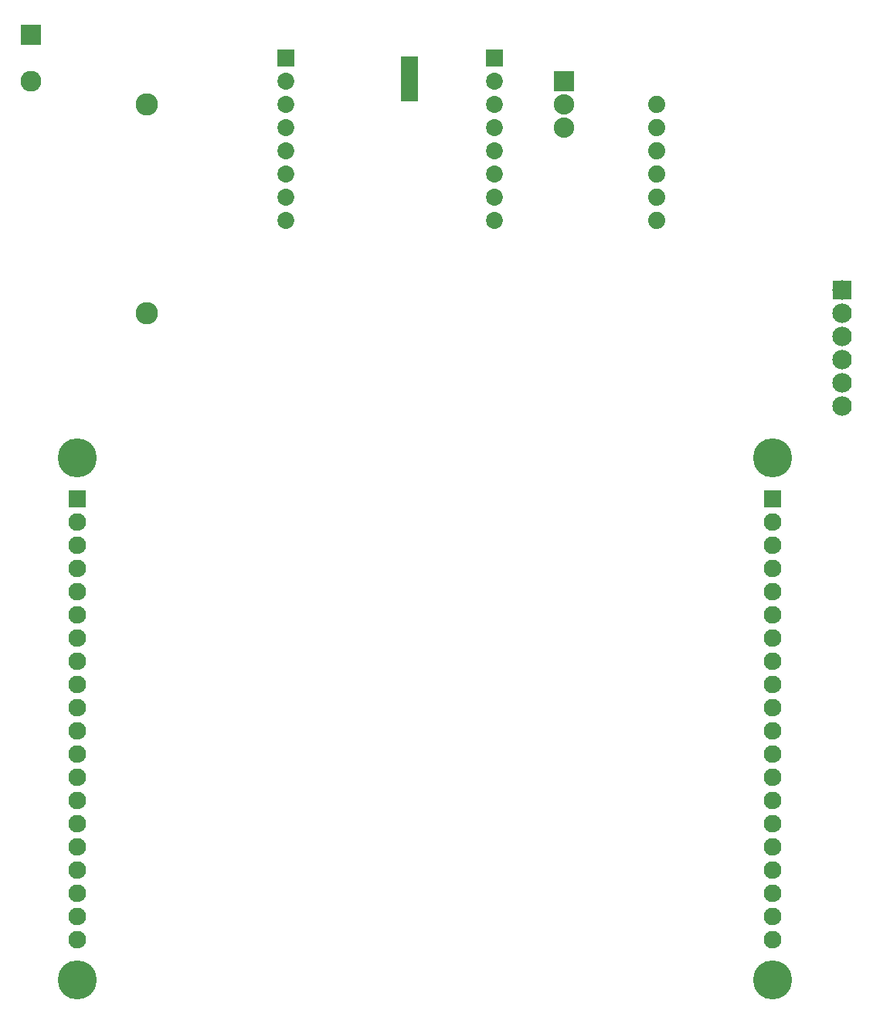
<source format=gbs>
G04 MADE WITH FRITZING*
G04 WWW.FRITZING.ORG*
G04 DOUBLE SIDED*
G04 HOLES PLATED*
G04 CONTOUR ON CENTER OF CONTOUR VECTOR*
%ASAXBY*%
%FSLAX23Y23*%
%MOIN*%
%OFA0B0*%
%SFA1.0B1.0*%
%ADD10C,0.076000*%
%ADD11C,0.168110*%
%ADD12C,0.073018*%
%ADD13C,0.074000*%
%ADD14C,0.090000*%
%ADD15C,0.096614*%
%ADD16C,0.088000*%
%ADD17C,0.084000*%
%ADD18R,0.076000X0.076000*%
%ADD19R,0.072984X0.072983*%
%ADD20R,0.072511X0.197493*%
%ADD21R,0.089986X0.090000*%
%ADD22R,0.088000X0.088000*%
%ADD23R,0.084000X0.084000*%
%LNMASK0*%
G90*
G70*
G54D10*
X3782Y2340D03*
X782Y1940D03*
X782Y1140D03*
X3782Y2240D03*
G54D11*
X782Y2615D03*
G54D10*
X3782Y2140D03*
X782Y1540D03*
X3782Y2040D03*
X782Y740D03*
X3782Y1940D03*
X782Y2140D03*
X3782Y1840D03*
X782Y1740D03*
X3782Y1740D03*
X782Y1340D03*
X3782Y1640D03*
X782Y940D03*
X3782Y1540D03*
X782Y540D03*
X3782Y1440D03*
G54D11*
X3782Y2615D03*
G54D10*
X3782Y1340D03*
X782Y2040D03*
X3782Y1240D03*
X782Y1840D03*
X3782Y1140D03*
X782Y1640D03*
X3782Y1040D03*
X782Y1440D03*
X3782Y940D03*
X782Y1240D03*
X3782Y840D03*
X782Y1040D03*
X3782Y740D03*
X782Y840D03*
X3782Y640D03*
X782Y640D03*
X3782Y540D03*
G54D11*
X782Y365D03*
G54D10*
X782Y2440D03*
G54D11*
X3782Y365D03*
G54D10*
X782Y2340D03*
X782Y2240D03*
X3782Y2440D03*
G54D12*
X2582Y4340D03*
X1682Y4340D03*
X2582Y4240D03*
X2582Y4140D03*
X2582Y4040D03*
X2582Y3940D03*
X2582Y3840D03*
X2582Y3740D03*
X2582Y3640D03*
X1682Y4240D03*
X1682Y4140D03*
X1682Y4040D03*
X1682Y3940D03*
X1682Y3840D03*
X1682Y3740D03*
X1682Y3640D03*
G54D13*
X3282Y3640D03*
X3282Y3740D03*
X3282Y3840D03*
X3282Y3940D03*
X3282Y4040D03*
X3282Y4140D03*
G54D14*
X582Y4440D03*
X582Y4240D03*
G54D15*
X1082Y4140D03*
X1082Y3240D03*
G54D16*
X2882Y4240D03*
X2882Y4140D03*
X2882Y4040D03*
G54D17*
X4082Y3340D03*
X4082Y3240D03*
X4082Y3140D03*
X4082Y3040D03*
X4082Y2940D03*
X4082Y2840D03*
G54D18*
X782Y2440D03*
X3782Y2440D03*
G54D19*
X2582Y4340D03*
X1682Y4340D03*
G54D20*
X2214Y4249D03*
G54D21*
X582Y4440D03*
G54D22*
X2882Y4240D03*
G54D23*
X4082Y3340D03*
G04 End of Mask0*
M02*
</source>
